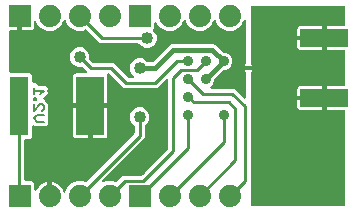
<source format=gbr>
G04 EAGLE Gerber RS-274X export*
G75*
%MOMM*%
%FSLAX34Y34*%
%LPD*%
%INBottom Copper*%
%IPPOS*%
%AMOC8*
5,1,8,0,0,1.08239X$1,22.5*%
G01*
%ADD10C,0.203200*%
%ADD11R,1.879600X1.879600*%
%ADD12C,1.879600*%
%ADD13R,4.064000X1.524000*%
%ADD14R,0.304800X0.304800*%
%ADD15R,2.400000X5.000000*%
%ADD16R,1.600000X5.000000*%
%ADD17C,1.016000*%
%ADD18C,0.889000*%
%ADD19C,0.406400*%
%ADD20C,0.304800*%
%ADD21C,0.254000*%

G36*
X39174Y12709D02*
X39174Y12709D01*
X39232Y12708D01*
X39314Y12729D01*
X39397Y12741D01*
X39451Y12765D01*
X39507Y12779D01*
X39580Y12822D01*
X39657Y12857D01*
X39702Y12895D01*
X39752Y12925D01*
X39810Y12986D01*
X39874Y13041D01*
X39906Y13089D01*
X39946Y13132D01*
X39985Y13207D01*
X40031Y13277D01*
X40049Y13333D01*
X40076Y13385D01*
X40087Y13453D01*
X40117Y13548D01*
X40120Y13648D01*
X40131Y13716D01*
X40131Y24466D01*
X40896Y24345D01*
X42683Y23764D01*
X44357Y22911D01*
X45878Y21806D01*
X47206Y20478D01*
X48311Y18957D01*
X49164Y17283D01*
X49528Y16163D01*
X49558Y16101D01*
X49579Y16035D01*
X49620Y15974D01*
X49653Y15908D01*
X49699Y15857D01*
X49738Y15799D01*
X49794Y15752D01*
X49843Y15697D01*
X49902Y15661D01*
X49955Y15616D01*
X50022Y15586D01*
X50085Y15547D01*
X50152Y15529D01*
X50215Y15501D01*
X50288Y15491D01*
X50359Y15471D01*
X50428Y15471D01*
X50497Y15462D01*
X50569Y15472D01*
X50643Y15473D01*
X50710Y15493D01*
X50778Y15502D01*
X50845Y15533D01*
X50916Y15554D01*
X50974Y15591D01*
X51037Y15620D01*
X51093Y15667D01*
X51155Y15707D01*
X51201Y15759D01*
X51253Y15804D01*
X51286Y15857D01*
X51343Y15921D01*
X51392Y16025D01*
X51431Y16089D01*
X52948Y19751D01*
X56449Y23252D01*
X61024Y25147D01*
X65976Y25147D01*
X68081Y24275D01*
X68082Y24274D01*
X68084Y24274D01*
X68218Y24239D01*
X68356Y24204D01*
X68358Y24204D01*
X68359Y24204D01*
X68500Y24208D01*
X68640Y24212D01*
X68642Y24212D01*
X68643Y24213D01*
X68776Y24255D01*
X68911Y24299D01*
X68912Y24300D01*
X68914Y24300D01*
X68926Y24309D01*
X69147Y24457D01*
X69167Y24480D01*
X69187Y24495D01*
X109684Y64992D01*
X109736Y65061D01*
X109796Y65125D01*
X109822Y65175D01*
X109855Y65219D01*
X109886Y65300D01*
X109926Y65378D01*
X109934Y65426D01*
X109956Y65484D01*
X109968Y65632D01*
X109981Y65709D01*
X109981Y71777D01*
X109969Y71864D01*
X109966Y71951D01*
X109949Y72004D01*
X109941Y72059D01*
X109906Y72139D01*
X109879Y72222D01*
X109851Y72261D01*
X109825Y72318D01*
X109729Y72432D01*
X109684Y72495D01*
X107409Y74770D01*
X106171Y77758D01*
X106171Y80992D01*
X107409Y83980D01*
X109695Y86266D01*
X112683Y87504D01*
X115917Y87504D01*
X118905Y86266D01*
X121191Y83980D01*
X122429Y80992D01*
X122429Y77758D01*
X121191Y74770D01*
X118916Y72495D01*
X118864Y72426D01*
X118804Y72362D01*
X118778Y72312D01*
X118745Y72268D01*
X118714Y72186D01*
X118674Y72108D01*
X118666Y72061D01*
X118644Y72002D01*
X118632Y71855D01*
X118619Y71777D01*
X118619Y61711D01*
X115792Y58884D01*
X82573Y25666D01*
X82522Y25597D01*
X82463Y25535D01*
X82437Y25484D01*
X82403Y25439D01*
X82372Y25358D01*
X82333Y25282D01*
X82322Y25226D01*
X82301Y25173D01*
X82294Y25087D01*
X82278Y25003D01*
X82282Y24946D01*
X82278Y24890D01*
X82295Y24805D01*
X82302Y24720D01*
X82322Y24667D01*
X82334Y24611D01*
X82373Y24535D01*
X82404Y24455D01*
X82438Y24409D01*
X82465Y24359D01*
X82524Y24296D01*
X82576Y24228D01*
X82621Y24194D01*
X82660Y24153D01*
X82735Y24109D01*
X82803Y24058D01*
X82857Y24038D01*
X82906Y24009D01*
X82989Y23988D01*
X83069Y23957D01*
X83126Y23953D01*
X83181Y23939D01*
X83267Y23941D01*
X83353Y23935D01*
X83401Y23946D01*
X83465Y23948D01*
X83603Y23992D01*
X83680Y24010D01*
X86424Y25147D01*
X91376Y25147D01*
X93481Y24275D01*
X93482Y24274D01*
X93484Y24274D01*
X93618Y24239D01*
X93756Y24204D01*
X93758Y24204D01*
X93759Y24204D01*
X93900Y24208D01*
X94040Y24212D01*
X94042Y24212D01*
X94043Y24213D01*
X94176Y24255D01*
X94311Y24299D01*
X94312Y24300D01*
X94314Y24300D01*
X94326Y24309D01*
X94547Y24457D01*
X94567Y24480D01*
X94587Y24495D01*
X99811Y29719D01*
X115266Y29719D01*
X115352Y29731D01*
X115440Y29734D01*
X115492Y29751D01*
X115547Y29759D01*
X115627Y29794D01*
X115710Y29821D01*
X115749Y29849D01*
X115806Y29875D01*
X115920Y29971D01*
X115983Y30016D01*
X138259Y52292D01*
X138311Y52361D01*
X138371Y52425D01*
X138397Y52475D01*
X138430Y52519D01*
X138461Y52600D01*
X138501Y52678D01*
X138509Y52726D01*
X138531Y52784D01*
X138543Y52932D01*
X138556Y53009D01*
X138556Y110948D01*
X138552Y110977D01*
X138555Y111006D01*
X138532Y111117D01*
X138516Y111229D01*
X138504Y111256D01*
X138499Y111285D01*
X138447Y111385D01*
X138400Y111489D01*
X138381Y111511D01*
X138368Y111537D01*
X138290Y111619D01*
X138217Y111706D01*
X138192Y111722D01*
X138172Y111743D01*
X138074Y111800D01*
X137980Y111863D01*
X137952Y111872D01*
X137927Y111887D01*
X137817Y111915D01*
X137709Y111949D01*
X137679Y111950D01*
X137651Y111957D01*
X137538Y111953D01*
X137425Y111956D01*
X137396Y111949D01*
X137367Y111948D01*
X137259Y111913D01*
X137150Y111884D01*
X137124Y111869D01*
X137096Y111860D01*
X137033Y111815D01*
X136905Y111739D01*
X136862Y111694D01*
X136823Y111666D01*
X128789Y103631D01*
X101398Y103631D01*
X98571Y106458D01*
X98571Y106459D01*
X88995Y116034D01*
X88926Y116086D01*
X88862Y116146D01*
X88812Y116172D01*
X88768Y116205D01*
X88687Y116236D01*
X88609Y116276D01*
X88561Y116284D01*
X88503Y116306D01*
X88355Y116318D01*
X88278Y116331D01*
X87739Y116331D01*
X87699Y116326D01*
X87660Y116328D01*
X87559Y116306D01*
X87457Y116291D01*
X87421Y116275D01*
X87382Y116267D01*
X87292Y116217D01*
X87198Y116175D01*
X87167Y116150D01*
X87133Y116131D01*
X87059Y116058D01*
X86981Y115992D01*
X86959Y115959D01*
X86931Y115931D01*
X86880Y115841D01*
X86823Y115755D01*
X86811Y115717D01*
X86792Y115683D01*
X86768Y115582D01*
X86737Y115484D01*
X86736Y115444D01*
X86727Y115406D01*
X86733Y115303D01*
X86730Y115200D01*
X86740Y115162D01*
X86742Y115122D01*
X86769Y115049D01*
X86802Y114925D01*
X86809Y114912D01*
X86991Y114234D01*
X86991Y90931D01*
X73466Y90931D01*
X73408Y90923D01*
X73350Y90924D01*
X73268Y90903D01*
X73185Y90891D01*
X73131Y90867D01*
X73075Y90853D01*
X73002Y90810D01*
X72925Y90775D01*
X72881Y90737D01*
X72830Y90707D01*
X72773Y90646D01*
X72708Y90591D01*
X72676Y90543D01*
X72636Y90500D01*
X72597Y90425D01*
X72551Y90355D01*
X72533Y90299D01*
X72506Y90247D01*
X72495Y90179D01*
X72465Y90084D01*
X72462Y89984D01*
X72451Y89916D01*
X72451Y88899D01*
X72449Y88899D01*
X72449Y89916D01*
X72442Y89965D01*
X72442Y89976D01*
X72441Y89981D01*
X72442Y90032D01*
X72421Y90114D01*
X72409Y90197D01*
X72385Y90251D01*
X72371Y90307D01*
X72328Y90380D01*
X72293Y90457D01*
X72255Y90501D01*
X72225Y90552D01*
X72164Y90609D01*
X72109Y90674D01*
X72061Y90706D01*
X72018Y90746D01*
X71943Y90785D01*
X71873Y90831D01*
X71817Y90849D01*
X71765Y90876D01*
X71697Y90887D01*
X71602Y90917D01*
X71502Y90920D01*
X71434Y90931D01*
X57909Y90931D01*
X57909Y114234D01*
X58082Y114881D01*
X58417Y115460D01*
X58890Y115933D01*
X59469Y116268D01*
X60116Y116441D01*
X68676Y116441D01*
X68705Y116445D01*
X68734Y116442D01*
X68845Y116465D01*
X68957Y116481D01*
X68984Y116493D01*
X69013Y116498D01*
X69113Y116550D01*
X69217Y116597D01*
X69239Y116616D01*
X69265Y116629D01*
X69347Y116707D01*
X69434Y116780D01*
X69450Y116805D01*
X69471Y116825D01*
X69528Y116923D01*
X69591Y117017D01*
X69600Y117045D01*
X69615Y117070D01*
X69643Y117180D01*
X69677Y117288D01*
X69678Y117318D01*
X69685Y117346D01*
X69681Y117459D01*
X69684Y117572D01*
X69677Y117601D01*
X69676Y117630D01*
X69641Y117738D01*
X69612Y117847D01*
X69597Y117873D01*
X69588Y117901D01*
X69543Y117964D01*
X69467Y118092D01*
X69422Y118135D01*
X69394Y118174D01*
X65818Y121749D01*
X65749Y121801D01*
X65685Y121861D01*
X65635Y121887D01*
X65591Y121920D01*
X65510Y121951D01*
X65432Y121991D01*
X65384Y121999D01*
X65326Y122021D01*
X65178Y122033D01*
X65101Y122046D01*
X61883Y122046D01*
X58895Y123284D01*
X56609Y125570D01*
X55371Y128558D01*
X55371Y131792D01*
X56609Y134780D01*
X58895Y137066D01*
X61883Y138304D01*
X65117Y138304D01*
X68105Y137066D01*
X70391Y134780D01*
X71629Y131792D01*
X71629Y128574D01*
X71641Y128488D01*
X71644Y128400D01*
X71661Y128348D01*
X71669Y128293D01*
X71704Y128213D01*
X71731Y128130D01*
X71759Y128091D01*
X71785Y128034D01*
X71881Y127920D01*
X71926Y127857D01*
X74517Y125266D01*
X74586Y125214D01*
X74650Y125154D01*
X74700Y125128D01*
X74744Y125095D01*
X74825Y125064D01*
X74903Y125024D01*
X74951Y125016D01*
X75009Y124994D01*
X75157Y124982D01*
X75234Y124969D01*
X92276Y124969D01*
X104678Y112566D01*
X104748Y112514D01*
X104812Y112454D01*
X104861Y112428D01*
X104906Y112395D01*
X104987Y112364D01*
X105065Y112324D01*
X105113Y112316D01*
X105171Y112294D01*
X105319Y112282D01*
X105396Y112269D01*
X108984Y112269D01*
X109014Y112273D01*
X109043Y112270D01*
X109154Y112293D01*
X109266Y112309D01*
X109293Y112321D01*
X109321Y112326D01*
X109422Y112379D01*
X109525Y112425D01*
X109548Y112444D01*
X109574Y112457D01*
X109656Y112535D01*
X109742Y112608D01*
X109759Y112633D01*
X109780Y112653D01*
X109837Y112751D01*
X109900Y112845D01*
X109909Y112873D01*
X109924Y112898D01*
X109952Y113008D01*
X109986Y113116D01*
X109987Y113146D01*
X109994Y113174D01*
X109990Y113287D01*
X109993Y113400D01*
X109986Y113429D01*
X109985Y113458D01*
X109950Y113566D01*
X109921Y113675D01*
X109906Y113701D01*
X109897Y113729D01*
X109852Y113792D01*
X109776Y113920D01*
X109730Y113963D01*
X109702Y114002D01*
X107409Y116295D01*
X106171Y119283D01*
X106171Y122517D01*
X107409Y125505D01*
X109695Y127791D01*
X112683Y129029D01*
X115917Y129029D01*
X118905Y127791D01*
X120418Y126278D01*
X120487Y126226D01*
X120551Y126166D01*
X120601Y126140D01*
X120645Y126107D01*
X120727Y126076D01*
X120805Y126036D01*
X120852Y126028D01*
X120911Y126006D01*
X121058Y125994D01*
X121136Y125981D01*
X124725Y125981D01*
X124812Y125993D01*
X124899Y125996D01*
X124952Y126013D01*
X125006Y126021D01*
X125086Y126056D01*
X125169Y126083D01*
X125209Y126111D01*
X125266Y126137D01*
X125379Y126233D01*
X125443Y126278D01*
X139997Y140832D01*
X141864Y141606D01*
X176398Y141606D01*
X178265Y140832D01*
X184814Y134283D01*
X184884Y134231D01*
X184948Y134171D01*
X184997Y134145D01*
X185041Y134112D01*
X185123Y134081D01*
X185201Y134041D01*
X185249Y134033D01*
X185307Y134011D01*
X185455Y133999D01*
X185532Y133986D01*
X186911Y133986D01*
X189665Y132845D01*
X191773Y130737D01*
X192914Y127983D01*
X192914Y125001D01*
X191773Y122247D01*
X189665Y120139D01*
X186911Y118998D01*
X185461Y118998D01*
X185379Y118987D01*
X185296Y118985D01*
X185239Y118967D01*
X185180Y118958D01*
X185104Y118924D01*
X185024Y118899D01*
X184982Y118870D01*
X184920Y118842D01*
X184814Y118752D01*
X184749Y118707D01*
X177977Y112048D01*
X177921Y111975D01*
X177859Y111908D01*
X177835Y111862D01*
X177804Y111822D01*
X177771Y111736D01*
X177729Y111655D01*
X177722Y111611D01*
X177701Y111557D01*
X177687Y111400D01*
X177674Y111324D01*
X177674Y110015D01*
X176533Y107261D01*
X174447Y105175D01*
X174429Y105151D01*
X174407Y105132D01*
X174344Y105038D01*
X174276Y104948D01*
X174265Y104920D01*
X174249Y104896D01*
X174215Y104788D01*
X174174Y104682D01*
X174172Y104653D01*
X174163Y104625D01*
X174160Y104511D01*
X174151Y104399D01*
X174157Y104370D01*
X174156Y104341D01*
X174185Y104231D01*
X174207Y104120D01*
X174220Y104094D01*
X174228Y104066D01*
X174286Y103968D01*
X174338Y103868D01*
X174358Y103846D01*
X174373Y103821D01*
X174456Y103744D01*
X174534Y103662D01*
X174559Y103647D01*
X174580Y103627D01*
X174681Y103575D01*
X174779Y103518D01*
X174807Y103511D01*
X174833Y103497D01*
X174911Y103484D01*
X175054Y103448D01*
X175117Y103450D01*
X175164Y103442D01*
X194258Y103442D01*
X202482Y95218D01*
X202506Y95200D01*
X202525Y95177D01*
X202577Y95143D01*
X202600Y95121D01*
X202633Y95104D01*
X202709Y95047D01*
X202737Y95036D01*
X202761Y95020D01*
X202869Y94986D01*
X202975Y94945D01*
X203004Y94943D01*
X203032Y94934D01*
X203146Y94931D01*
X203258Y94922D01*
X203287Y94928D01*
X203316Y94927D01*
X203426Y94955D01*
X203537Y94978D01*
X203563Y94991D01*
X203591Y94999D01*
X203689Y95056D01*
X203789Y95109D01*
X203811Y95129D01*
X203836Y95144D01*
X203913Y95226D01*
X203995Y95304D01*
X204010Y95330D01*
X204030Y95351D01*
X204082Y95452D01*
X204139Y95550D01*
X204146Y95578D01*
X204160Y95604D01*
X204173Y95682D01*
X204188Y95741D01*
X204201Y95784D01*
X204202Y95795D01*
X204209Y95825D01*
X204207Y95888D01*
X204215Y95935D01*
X204215Y116613D01*
X204203Y116700D01*
X204200Y116787D01*
X204183Y116840D01*
X204175Y116895D01*
X204140Y116974D01*
X204113Y117058D01*
X204085Y117097D01*
X204059Y117154D01*
X203963Y117267D01*
X203918Y117331D01*
X203136Y118113D01*
X203136Y123687D01*
X203918Y124469D01*
X203970Y124539D01*
X204030Y124603D01*
X204056Y124652D01*
X204089Y124696D01*
X204120Y124778D01*
X204160Y124856D01*
X204168Y124903D01*
X204190Y124962D01*
X204202Y125110D01*
X204215Y125187D01*
X204215Y160583D01*
X204203Y160668D01*
X204201Y160754D01*
X204183Y160808D01*
X204175Y160864D01*
X204140Y160943D01*
X204114Y161024D01*
X204082Y161072D01*
X204059Y161124D01*
X204004Y161189D01*
X203956Y161261D01*
X203912Y161297D01*
X203876Y161341D01*
X203804Y161388D01*
X203738Y161443D01*
X203686Y161467D01*
X203639Y161498D01*
X203557Y161524D01*
X203478Y161559D01*
X203422Y161567D01*
X203368Y161584D01*
X203282Y161586D01*
X203197Y161598D01*
X203141Y161590D01*
X203084Y161591D01*
X203001Y161570D01*
X202916Y161557D01*
X202864Y161534D01*
X202809Y161519D01*
X202735Y161476D01*
X202656Y161440D01*
X202613Y161403D01*
X202564Y161374D01*
X202505Y161312D01*
X202440Y161256D01*
X202414Y161214D01*
X202370Y161167D01*
X202304Y161038D01*
X202262Y160971D01*
X201052Y158049D01*
X197551Y154548D01*
X192976Y152653D01*
X188024Y152653D01*
X183449Y154548D01*
X179948Y158049D01*
X178738Y160971D01*
X178723Y160996D01*
X178714Y161024D01*
X178651Y161119D01*
X178593Y161216D01*
X178572Y161236D01*
X178556Y161261D01*
X178469Y161334D01*
X178387Y161411D01*
X178361Y161425D01*
X178338Y161444D01*
X178235Y161490D01*
X178134Y161541D01*
X178105Y161547D01*
X178078Y161559D01*
X177966Y161575D01*
X177855Y161596D01*
X177826Y161594D01*
X177797Y161598D01*
X177685Y161582D01*
X177572Y161572D01*
X177545Y161561D01*
X177515Y161557D01*
X177412Y161511D01*
X177307Y161470D01*
X177283Y161452D01*
X177256Y161440D01*
X177170Y161367D01*
X177080Y161298D01*
X177062Y161275D01*
X177040Y161256D01*
X176998Y161189D01*
X176910Y161071D01*
X176888Y161012D01*
X176862Y160971D01*
X175652Y158049D01*
X172151Y154548D01*
X167576Y152653D01*
X162624Y152653D01*
X158049Y154548D01*
X154548Y158049D01*
X153338Y160971D01*
X153323Y160996D01*
X153314Y161024D01*
X153251Y161119D01*
X153193Y161216D01*
X153172Y161236D01*
X153156Y161261D01*
X153069Y161334D01*
X152987Y161411D01*
X152961Y161425D01*
X152938Y161444D01*
X152835Y161490D01*
X152734Y161541D01*
X152705Y161547D01*
X152678Y161559D01*
X152566Y161575D01*
X152455Y161596D01*
X152426Y161594D01*
X152397Y161598D01*
X152285Y161582D01*
X152172Y161572D01*
X152145Y161561D01*
X152115Y161557D01*
X152012Y161511D01*
X151907Y161470D01*
X151883Y161452D01*
X151856Y161440D01*
X151770Y161367D01*
X151680Y161298D01*
X151662Y161275D01*
X151640Y161256D01*
X151598Y161189D01*
X151510Y161071D01*
X151488Y161012D01*
X151462Y160971D01*
X150252Y158049D01*
X146751Y154548D01*
X142176Y152653D01*
X137224Y152653D01*
X132649Y154548D01*
X129148Y158049D01*
X128700Y159132D01*
X128656Y159206D01*
X128621Y159284D01*
X128584Y159327D01*
X128555Y159376D01*
X128493Y159435D01*
X128437Y159501D01*
X128390Y159533D01*
X128349Y159572D01*
X128272Y159611D01*
X128201Y159659D01*
X128147Y159676D01*
X128096Y159702D01*
X128012Y159718D01*
X127930Y159744D01*
X127873Y159746D01*
X127817Y159757D01*
X127732Y159749D01*
X127646Y159752D01*
X127591Y159737D01*
X127534Y159732D01*
X127453Y159702D01*
X127371Y159680D01*
X127322Y159651D01*
X127269Y159630D01*
X127200Y159578D01*
X127126Y159535D01*
X127087Y159493D01*
X127042Y159459D01*
X126990Y159390D01*
X126932Y159327D01*
X126906Y159277D01*
X126872Y159231D01*
X126841Y159151D01*
X126802Y159074D01*
X126794Y159025D01*
X126771Y158965D01*
X126760Y158820D01*
X126747Y158743D01*
X126747Y154439D01*
X125970Y153662D01*
X125934Y153615D01*
X125892Y153575D01*
X125849Y153502D01*
X125799Y153435D01*
X125778Y153380D01*
X125748Y153330D01*
X125728Y153248D01*
X125697Y153169D01*
X125693Y153111D01*
X125678Y153054D01*
X125681Y152970D01*
X125674Y152886D01*
X125685Y152829D01*
X125687Y152770D01*
X125713Y152690D01*
X125730Y152607D01*
X125757Y152555D01*
X125775Y152500D01*
X125815Y152443D01*
X125861Y152355D01*
X125929Y152282D01*
X125970Y152226D01*
X127541Y150655D01*
X128779Y147667D01*
X128779Y144433D01*
X127541Y141445D01*
X125255Y139159D01*
X122267Y137921D01*
X119033Y137921D01*
X116045Y139159D01*
X113770Y141434D01*
X113701Y141486D01*
X113637Y141546D01*
X113587Y141572D01*
X113543Y141605D01*
X113461Y141636D01*
X113383Y141676D01*
X113336Y141684D01*
X113277Y141706D01*
X113130Y141718D01*
X113052Y141731D01*
X80761Y141731D01*
X69187Y153305D01*
X69186Y153306D01*
X69185Y153307D01*
X69075Y153390D01*
X68960Y153476D01*
X68959Y153477D01*
X68957Y153478D01*
X68825Y153527D01*
X68694Y153577D01*
X68693Y153577D01*
X68691Y153578D01*
X68547Y153590D01*
X68411Y153601D01*
X68410Y153601D01*
X68408Y153601D01*
X68392Y153597D01*
X68132Y153545D01*
X68105Y153531D01*
X68081Y153525D01*
X65976Y152653D01*
X61024Y152653D01*
X56449Y154548D01*
X52948Y158049D01*
X51738Y160971D01*
X51723Y160996D01*
X51714Y161024D01*
X51651Y161119D01*
X51593Y161216D01*
X51572Y161236D01*
X51556Y161261D01*
X51469Y161334D01*
X51387Y161411D01*
X51361Y161425D01*
X51338Y161444D01*
X51235Y161490D01*
X51134Y161541D01*
X51105Y161547D01*
X51078Y161559D01*
X50966Y161575D01*
X50855Y161596D01*
X50826Y161594D01*
X50797Y161598D01*
X50685Y161582D01*
X50572Y161572D01*
X50545Y161561D01*
X50515Y161557D01*
X50412Y161511D01*
X50307Y161470D01*
X50283Y161452D01*
X50256Y161440D01*
X50170Y161367D01*
X50080Y161298D01*
X50062Y161275D01*
X50040Y161256D01*
X49998Y161189D01*
X49910Y161071D01*
X49888Y161012D01*
X49862Y160971D01*
X48652Y158049D01*
X45151Y154548D01*
X40576Y152653D01*
X35624Y152653D01*
X31049Y154548D01*
X27548Y158049D01*
X26592Y160358D01*
X26548Y160432D01*
X26513Y160510D01*
X26476Y160554D01*
X26447Y160603D01*
X26385Y160662D01*
X26329Y160727D01*
X26282Y160759D01*
X26241Y160798D01*
X26164Y160837D01*
X26093Y160885D01*
X26039Y160902D01*
X25988Y160928D01*
X25904Y160945D01*
X25822Y160971D01*
X25765Y160972D01*
X25709Y160983D01*
X25624Y160976D01*
X25538Y160978D01*
X25483Y160964D01*
X25426Y160959D01*
X25346Y160928D01*
X25263Y160906D01*
X25214Y160877D01*
X25161Y160857D01*
X25092Y160805D01*
X25018Y160761D01*
X24979Y160719D01*
X24934Y160685D01*
X24882Y160616D01*
X24824Y160554D01*
X24798Y160503D01*
X24764Y160457D01*
X24733Y160377D01*
X24694Y160301D01*
X24686Y160252D01*
X24663Y160191D01*
X24655Y160087D01*
X24653Y160080D01*
X24652Y160050D01*
X24652Y160047D01*
X24639Y159970D01*
X24639Y155368D01*
X24466Y154721D01*
X24131Y154142D01*
X23658Y153669D01*
X23079Y153334D01*
X22432Y153161D01*
X14731Y153161D01*
X14731Y164084D01*
X14723Y164142D01*
X14725Y164200D01*
X14703Y164282D01*
X14691Y164365D01*
X14667Y164419D01*
X14653Y164475D01*
X14610Y164548D01*
X14575Y164625D01*
X14537Y164669D01*
X14507Y164720D01*
X14446Y164777D01*
X14391Y164842D01*
X14343Y164874D01*
X14300Y164914D01*
X14225Y164953D01*
X14155Y164999D01*
X14099Y165017D01*
X14047Y165044D01*
X13979Y165055D01*
X13884Y165085D01*
X13784Y165088D01*
X13716Y165099D01*
X11684Y165099D01*
X11626Y165091D01*
X11568Y165092D01*
X11486Y165071D01*
X11403Y165059D01*
X11349Y165035D01*
X11293Y165021D01*
X11220Y164978D01*
X11143Y164943D01*
X11098Y164905D01*
X11048Y164875D01*
X10990Y164814D01*
X10926Y164759D01*
X10894Y164711D01*
X10854Y164668D01*
X10815Y164593D01*
X10769Y164523D01*
X10751Y164467D01*
X10724Y164415D01*
X10713Y164347D01*
X10683Y164252D01*
X10680Y164152D01*
X10669Y164084D01*
X10669Y153161D01*
X5080Y153161D01*
X5022Y153153D01*
X4964Y153155D01*
X4882Y153133D01*
X4798Y153121D01*
X4745Y153098D01*
X4689Y153083D01*
X4616Y153040D01*
X4539Y153005D01*
X4494Y152967D01*
X4444Y152938D01*
X4386Y152876D01*
X4322Y152822D01*
X4290Y152773D01*
X4250Y152730D01*
X4211Y152655D01*
X4164Y152585D01*
X4147Y152529D01*
X4120Y152477D01*
X4109Y152409D01*
X4079Y152314D01*
X4076Y152214D01*
X4065Y152146D01*
X4065Y117964D01*
X4073Y117906D01*
X4071Y117848D01*
X4093Y117766D01*
X4105Y117682D01*
X4128Y117629D01*
X4143Y117573D01*
X4186Y117500D01*
X4221Y117423D01*
X4259Y117378D01*
X4288Y117328D01*
X4350Y117270D01*
X4404Y117206D01*
X4453Y117174D01*
X4496Y117134D01*
X4571Y117095D01*
X4641Y117048D01*
X4697Y117031D01*
X4749Y117004D01*
X4817Y116993D01*
X4912Y116963D01*
X5012Y116960D01*
X5080Y116949D01*
X21713Y116949D01*
X23499Y115163D01*
X23499Y109369D01*
X23507Y109311D01*
X23505Y109253D01*
X23527Y109171D01*
X23539Y109088D01*
X23562Y109034D01*
X23577Y108978D01*
X23620Y108905D01*
X23655Y108828D01*
X23693Y108784D01*
X23722Y108733D01*
X23784Y108676D01*
X23838Y108611D01*
X23887Y108579D01*
X23930Y108539D01*
X24005Y108500D01*
X24075Y108454D01*
X24131Y108436D01*
X24183Y108409D01*
X24251Y108398D01*
X24346Y108368D01*
X24446Y108365D01*
X24514Y108354D01*
X26598Y108354D01*
X29012Y105940D01*
X29082Y105887D01*
X29146Y105827D01*
X29195Y105802D01*
X29239Y105769D01*
X29321Y105738D01*
X29399Y105698D01*
X29446Y105690D01*
X29505Y105668D01*
X29653Y105655D01*
X29730Y105642D01*
X34733Y105642D01*
X35902Y104473D01*
X37114Y103261D01*
X37114Y99894D01*
X35543Y98323D01*
X34435Y97216D01*
X33177Y95957D01*
X33142Y95910D01*
X33099Y95870D01*
X33057Y95797D01*
X33006Y95730D01*
X32985Y95675D01*
X32955Y95625D01*
X32935Y95543D01*
X32905Y95464D01*
X32900Y95406D01*
X32885Y95349D01*
X32888Y95265D01*
X32881Y95181D01*
X32893Y95124D01*
X32894Y95065D01*
X32920Y94985D01*
X32937Y94902D01*
X32964Y94850D01*
X32982Y94795D01*
X33022Y94738D01*
X33068Y94650D01*
X33137Y94577D01*
X33177Y94521D01*
X34435Y93263D01*
X37114Y90584D01*
X37114Y84505D01*
X36871Y84263D01*
X36836Y84216D01*
X36794Y84176D01*
X36751Y84103D01*
X36700Y84036D01*
X36680Y83981D01*
X36650Y83931D01*
X36629Y83849D01*
X36599Y83770D01*
X36594Y83712D01*
X36580Y83655D01*
X36583Y83571D01*
X36576Y83487D01*
X36587Y83429D01*
X36589Y83371D01*
X36615Y83291D01*
X36632Y83208D01*
X36658Y83156D01*
X36676Y83101D01*
X36717Y83044D01*
X36763Y82956D01*
X36831Y82883D01*
X36871Y82827D01*
X37114Y82585D01*
X37114Y79218D01*
X36804Y78908D01*
X36768Y78861D01*
X36726Y78821D01*
X36683Y78748D01*
X36633Y78680D01*
X36612Y78626D01*
X36582Y78575D01*
X36561Y78494D01*
X36531Y78415D01*
X36527Y78356D01*
X36512Y78300D01*
X36515Y78215D01*
X36508Y78131D01*
X36519Y78074D01*
X36521Y78016D01*
X36547Y77935D01*
X36564Y77853D01*
X36591Y77801D01*
X36609Y77745D01*
X36649Y77689D01*
X36695Y77600D01*
X36763Y77528D01*
X36804Y77472D01*
X37114Y77162D01*
X37114Y73794D01*
X34733Y71413D01*
X25942Y71413D01*
X25232Y72123D01*
X25208Y72141D01*
X25189Y72163D01*
X25095Y72226D01*
X25005Y72294D01*
X24977Y72305D01*
X24953Y72321D01*
X24845Y72355D01*
X24739Y72395D01*
X24710Y72398D01*
X24682Y72407D01*
X24568Y72410D01*
X24456Y72419D01*
X24427Y72413D01*
X24398Y72414D01*
X24288Y72385D01*
X24177Y72363D01*
X24151Y72350D01*
X24123Y72342D01*
X24025Y72285D01*
X23925Y72232D01*
X23903Y72212D01*
X23878Y72197D01*
X23801Y72114D01*
X23719Y72036D01*
X23704Y72011D01*
X23684Y71990D01*
X23632Y71889D01*
X23575Y71791D01*
X23568Y71763D01*
X23554Y71737D01*
X23541Y71659D01*
X23505Y71516D01*
X23507Y71453D01*
X23499Y71405D01*
X23499Y62637D01*
X21713Y60851D01*
X17784Y60851D01*
X17726Y60843D01*
X17668Y60845D01*
X17586Y60823D01*
X17502Y60811D01*
X17449Y60788D01*
X17393Y60773D01*
X17320Y60730D01*
X17243Y60695D01*
X17198Y60657D01*
X17148Y60628D01*
X17090Y60566D01*
X17026Y60512D01*
X16994Y60463D01*
X16954Y60420D01*
X16915Y60345D01*
X16868Y60275D01*
X16851Y60219D01*
X16824Y60167D01*
X16813Y60099D01*
X16783Y60004D01*
X16780Y59904D01*
X16769Y59836D01*
X16769Y26162D01*
X16777Y26104D01*
X16775Y26046D01*
X16797Y25964D01*
X16809Y25880D01*
X16832Y25827D01*
X16847Y25771D01*
X16890Y25698D01*
X16925Y25621D01*
X16963Y25576D01*
X16992Y25526D01*
X17054Y25468D01*
X17108Y25404D01*
X17157Y25372D01*
X17200Y25332D01*
X17275Y25293D01*
X17345Y25246D01*
X17401Y25229D01*
X17453Y25202D01*
X17521Y25191D01*
X17616Y25161D01*
X17716Y25158D01*
X17784Y25147D01*
X23361Y25147D01*
X25147Y23361D01*
X25147Y17804D01*
X25153Y17758D01*
X25151Y17712D01*
X25173Y17618D01*
X25187Y17522D01*
X25205Y17480D01*
X25216Y17435D01*
X25263Y17351D01*
X25303Y17263D01*
X25333Y17228D01*
X25355Y17187D01*
X25424Y17120D01*
X25486Y17046D01*
X25525Y17020D01*
X25558Y16988D01*
X25643Y16942D01*
X25723Y16888D01*
X25767Y16874D01*
X25808Y16852D01*
X25902Y16832D01*
X25994Y16803D01*
X26040Y16801D01*
X26085Y16791D01*
X26182Y16798D01*
X26278Y16795D01*
X26323Y16807D01*
X26369Y16810D01*
X26460Y16843D01*
X26553Y16867D01*
X26593Y16891D01*
X26637Y16906D01*
X26715Y16963D01*
X26798Y17012D01*
X26829Y17046D01*
X26867Y17073D01*
X26912Y17134D01*
X26992Y17220D01*
X27030Y17294D01*
X27067Y17343D01*
X27889Y18957D01*
X28994Y20478D01*
X30322Y21806D01*
X31843Y22911D01*
X33517Y23764D01*
X35304Y24345D01*
X36069Y24466D01*
X36069Y13716D01*
X36077Y13658D01*
X36075Y13600D01*
X36097Y13518D01*
X36109Y13435D01*
X36133Y13381D01*
X36147Y13325D01*
X36190Y13252D01*
X36225Y13175D01*
X36263Y13131D01*
X36293Y13080D01*
X36354Y13023D01*
X36409Y12958D01*
X36457Y12926D01*
X36500Y12886D01*
X36575Y12847D01*
X36645Y12801D01*
X36701Y12783D01*
X36753Y12756D01*
X36821Y12745D01*
X36916Y12715D01*
X37016Y12712D01*
X37084Y12701D01*
X39116Y12701D01*
X39174Y12709D01*
G37*
G36*
X287078Y4073D02*
X287078Y4073D01*
X287136Y4071D01*
X287218Y4093D01*
X287302Y4105D01*
X287355Y4128D01*
X287411Y4143D01*
X287484Y4186D01*
X287561Y4221D01*
X287606Y4259D01*
X287656Y4288D01*
X287714Y4350D01*
X287778Y4404D01*
X287810Y4453D01*
X287850Y4496D01*
X287889Y4571D01*
X287936Y4641D01*
X287953Y4697D01*
X287980Y4749D01*
X287991Y4817D01*
X288021Y4912D01*
X288024Y5012D01*
X288035Y5080D01*
X288035Y84328D01*
X288028Y84377D01*
X288029Y84386D01*
X288027Y84391D01*
X288029Y84444D01*
X288007Y84526D01*
X287995Y84610D01*
X287972Y84663D01*
X287957Y84719D01*
X287914Y84792D01*
X287879Y84869D01*
X287841Y84914D01*
X287812Y84964D01*
X287750Y85022D01*
X287696Y85086D01*
X287647Y85118D01*
X287604Y85158D01*
X287529Y85197D01*
X287459Y85244D01*
X287403Y85261D01*
X287351Y85288D01*
X287283Y85299D01*
X287188Y85329D01*
X287088Y85332D01*
X287020Y85343D01*
X272795Y85343D01*
X272795Y94488D01*
X272788Y94536D01*
X272788Y94538D01*
X272788Y94542D01*
X272787Y94546D01*
X272788Y94604D01*
X272767Y94686D01*
X272755Y94769D01*
X272731Y94823D01*
X272717Y94879D01*
X272674Y94952D01*
X272639Y95029D01*
X272601Y95073D01*
X272571Y95124D01*
X272510Y95181D01*
X272455Y95246D01*
X272407Y95278D01*
X272364Y95318D01*
X272289Y95357D01*
X272219Y95403D01*
X272163Y95421D01*
X272111Y95448D01*
X272043Y95459D01*
X271948Y95489D01*
X271848Y95492D01*
X271780Y95503D01*
X270763Y95503D01*
X270763Y95505D01*
X271780Y95505D01*
X271838Y95513D01*
X271896Y95512D01*
X271978Y95533D01*
X272061Y95545D01*
X272115Y95569D01*
X272171Y95583D01*
X272244Y95626D01*
X272321Y95661D01*
X272365Y95699D01*
X272416Y95729D01*
X272473Y95790D01*
X272538Y95845D01*
X272570Y95893D01*
X272610Y95936D01*
X272649Y96011D01*
X272695Y96081D01*
X272713Y96137D01*
X272740Y96189D01*
X272751Y96257D01*
X272781Y96352D01*
X272784Y96452D01*
X272795Y96520D01*
X272795Y105665D01*
X287020Y105665D01*
X287078Y105673D01*
X287136Y105671D01*
X287218Y105693D01*
X287302Y105705D01*
X287355Y105728D01*
X287411Y105743D01*
X287484Y105786D01*
X287561Y105821D01*
X287606Y105859D01*
X287656Y105888D01*
X287714Y105950D01*
X287778Y106004D01*
X287810Y106053D01*
X287850Y106096D01*
X287889Y106171D01*
X287936Y106241D01*
X287953Y106297D01*
X287980Y106349D01*
X287991Y106417D01*
X288021Y106512D01*
X288024Y106612D01*
X288035Y106680D01*
X288035Y135128D01*
X288027Y135186D01*
X288029Y135244D01*
X288007Y135326D01*
X287995Y135410D01*
X287972Y135463D01*
X287957Y135519D01*
X287914Y135592D01*
X287879Y135669D01*
X287841Y135714D01*
X287812Y135764D01*
X287750Y135822D01*
X287696Y135886D01*
X287647Y135918D01*
X287604Y135958D01*
X287529Y135997D01*
X287459Y136044D01*
X287403Y136061D01*
X287351Y136088D01*
X287283Y136099D01*
X287188Y136129D01*
X287088Y136132D01*
X287020Y136143D01*
X272795Y136143D01*
X272795Y145288D01*
X272787Y145346D01*
X272788Y145404D01*
X272767Y145486D01*
X272755Y145569D01*
X272731Y145623D01*
X272717Y145679D01*
X272674Y145752D01*
X272639Y145829D01*
X272601Y145873D01*
X272571Y145924D01*
X272510Y145981D01*
X272455Y146046D01*
X272407Y146078D01*
X272364Y146118D01*
X272289Y146157D01*
X272219Y146203D01*
X272163Y146221D01*
X272111Y146248D01*
X272043Y146259D01*
X271948Y146289D01*
X271848Y146292D01*
X271780Y146303D01*
X270763Y146303D01*
X270763Y146305D01*
X271780Y146305D01*
X271838Y146313D01*
X271896Y146312D01*
X271978Y146333D01*
X272061Y146345D01*
X272115Y146369D01*
X272171Y146383D01*
X272244Y146426D01*
X272321Y146461D01*
X272365Y146499D01*
X272416Y146529D01*
X272473Y146590D01*
X272538Y146645D01*
X272570Y146693D01*
X272610Y146736D01*
X272649Y146811D01*
X272695Y146881D01*
X272713Y146937D01*
X272740Y146989D01*
X272751Y147057D01*
X272781Y147152D01*
X272784Y147252D01*
X272795Y147320D01*
X272795Y156465D01*
X287020Y156465D01*
X287078Y156473D01*
X287136Y156471D01*
X287218Y156493D01*
X287302Y156505D01*
X287355Y156528D01*
X287411Y156543D01*
X287484Y156586D01*
X287561Y156621D01*
X287606Y156659D01*
X287656Y156688D01*
X287714Y156750D01*
X287778Y156804D01*
X287810Y156853D01*
X287850Y156896D01*
X287889Y156971D01*
X287936Y157041D01*
X287953Y157097D01*
X287980Y157149D01*
X287991Y157217D01*
X288021Y157312D01*
X288024Y157412D01*
X288035Y157480D01*
X288035Y172720D01*
X288027Y172778D01*
X288029Y172836D01*
X288007Y172918D01*
X287995Y173002D01*
X287972Y173055D01*
X287957Y173111D01*
X287914Y173184D01*
X287879Y173261D01*
X287841Y173306D01*
X287812Y173356D01*
X287750Y173414D01*
X287696Y173478D01*
X287647Y173510D01*
X287604Y173550D01*
X287529Y173589D01*
X287459Y173636D01*
X287403Y173653D01*
X287351Y173680D01*
X287283Y173691D01*
X287188Y173721D01*
X287088Y173724D01*
X287020Y173735D01*
X209550Y173735D01*
X209492Y173727D01*
X209434Y173729D01*
X209352Y173707D01*
X209269Y173695D01*
X209215Y173672D01*
X209159Y173657D01*
X209086Y173614D01*
X209009Y173579D01*
X208964Y173541D01*
X208914Y173512D01*
X208856Y173450D01*
X208792Y173396D01*
X208760Y173347D01*
X208720Y173304D01*
X208681Y173229D01*
X208635Y173159D01*
X208617Y173103D01*
X208590Y173051D01*
X208579Y172983D01*
X208549Y172888D01*
X208546Y172788D01*
X208535Y172720D01*
X208535Y125187D01*
X208547Y125100D01*
X208550Y125013D01*
X208567Y124960D01*
X208575Y124905D01*
X208610Y124826D01*
X208637Y124742D01*
X208665Y124703D01*
X208691Y124646D01*
X208787Y124533D01*
X208832Y124469D01*
X209614Y123687D01*
X209614Y118113D01*
X208832Y117331D01*
X208780Y117261D01*
X208720Y117197D01*
X208694Y117148D01*
X208661Y117104D01*
X208630Y117022D01*
X208590Y116944D01*
X208582Y116897D01*
X208560Y116838D01*
X208548Y116691D01*
X208535Y116613D01*
X208535Y5080D01*
X208543Y5022D01*
X208541Y4964D01*
X208563Y4882D01*
X208575Y4798D01*
X208599Y4745D01*
X208613Y4689D01*
X208656Y4616D01*
X208691Y4539D01*
X208729Y4494D01*
X208759Y4444D01*
X208820Y4386D01*
X208875Y4322D01*
X208923Y4290D01*
X208966Y4250D01*
X209041Y4211D01*
X209111Y4164D01*
X209167Y4147D01*
X209219Y4120D01*
X209287Y4109D01*
X209382Y4079D01*
X209482Y4076D01*
X209550Y4065D01*
X287020Y4065D01*
X287078Y4073D01*
G37*
%LPC*%
G36*
X74481Y61359D02*
X74481Y61359D01*
X74481Y86869D01*
X86991Y86869D01*
X86991Y63566D01*
X86818Y62919D01*
X86483Y62340D01*
X86010Y61867D01*
X85431Y61532D01*
X84784Y61359D01*
X74481Y61359D01*
G37*
%LPD*%
%LPC*%
G36*
X60116Y61359D02*
X60116Y61359D01*
X59469Y61532D01*
X58890Y61867D01*
X58417Y62340D01*
X58082Y62919D01*
X57909Y63566D01*
X57909Y86869D01*
X70419Y86869D01*
X70419Y61359D01*
X60116Y61359D01*
G37*
%LPD*%
%LPC*%
G36*
X247903Y148335D02*
X247903Y148335D01*
X247903Y154258D01*
X248076Y154905D01*
X248411Y155484D01*
X248884Y155957D01*
X249463Y156292D01*
X250110Y156465D01*
X268733Y156465D01*
X268733Y148335D01*
X247903Y148335D01*
G37*
%LPD*%
%LPC*%
G36*
X247903Y97535D02*
X247903Y97535D01*
X247903Y103458D01*
X248076Y104105D01*
X248411Y104684D01*
X248884Y105157D01*
X249463Y105492D01*
X250110Y105665D01*
X268733Y105665D01*
X268733Y97535D01*
X247903Y97535D01*
G37*
%LPD*%
%LPC*%
G36*
X250110Y136143D02*
X250110Y136143D01*
X249463Y136316D01*
X248884Y136651D01*
X248411Y137124D01*
X248076Y137703D01*
X247903Y138350D01*
X247903Y144273D01*
X268733Y144273D01*
X268733Y136143D01*
X250110Y136143D01*
G37*
%LPD*%
%LPC*%
G36*
X250110Y85343D02*
X250110Y85343D01*
X249463Y85516D01*
X248884Y85851D01*
X248411Y86324D01*
X248076Y86903D01*
X247903Y87550D01*
X247903Y93473D01*
X268733Y93473D01*
X268733Y85343D01*
X250110Y85343D01*
G37*
%LPD*%
D10*
X33049Y75478D02*
X27626Y75478D01*
X24914Y78190D01*
X27626Y80901D01*
X33049Y80901D01*
X24914Y84833D02*
X24914Y90256D01*
X24914Y84833D02*
X30337Y90256D01*
X31693Y90256D01*
X33049Y88901D01*
X33049Y86189D01*
X31693Y84833D01*
X26270Y94188D02*
X24914Y94188D01*
X26270Y94188D02*
X26270Y95544D01*
X24914Y95544D01*
X24914Y94188D01*
X30337Y98866D02*
X33049Y101578D01*
X24914Y101578D01*
X24914Y104289D02*
X24914Y98866D01*
D11*
X12700Y165100D03*
D12*
X38100Y165100D03*
X63500Y165100D03*
X88900Y165100D03*
D11*
X114300Y165100D03*
D12*
X139700Y165100D03*
X165100Y165100D03*
X190500Y165100D03*
D13*
X270764Y95504D03*
X270764Y146304D03*
D14*
X205042Y120900D03*
X207709Y120900D03*
D15*
X72450Y88900D03*
D16*
X12450Y88900D03*
D11*
X114300Y12700D03*
D12*
X139700Y12700D03*
X165100Y12700D03*
X190500Y12700D03*
D11*
X12700Y12700D03*
D12*
X38100Y12700D03*
X63500Y12700D03*
X88900Y12700D03*
D17*
X41275Y101600D03*
X114300Y95250D03*
X114300Y34925D03*
X50800Y139700D03*
D18*
X185420Y111506D03*
D19*
X192800Y118900D02*
X194800Y120900D01*
X192800Y118900D02*
X192800Y118886D01*
X185420Y111506D01*
D20*
X192800Y120900D02*
X205042Y120900D01*
X192800Y120900D02*
X192800Y118900D01*
D19*
X185420Y126492D02*
X170180Y111506D01*
X185420Y126492D02*
X175387Y136525D01*
X142875Y136525D01*
X127250Y120900D01*
X114300Y120900D01*
D18*
X170180Y111506D03*
X185420Y126492D03*
D17*
X114300Y120900D03*
D21*
X117475Y25400D02*
X101600Y25400D01*
X117475Y25400D02*
X142875Y50800D01*
X142875Y112332D01*
X101600Y25400D02*
X88900Y12700D01*
X142875Y112332D02*
X149542Y118999D01*
X162687Y118999D01*
X170180Y126492D01*
D18*
X170180Y126492D03*
D21*
X155194Y126492D02*
X145542Y126492D01*
X127000Y107950D01*
X73025Y120650D02*
X63500Y130175D01*
X73025Y120650D02*
X90487Y120650D01*
X103187Y107950D01*
X127000Y107950D01*
D18*
X155194Y126492D03*
D17*
X63500Y130175D03*
D21*
X82550Y146050D02*
X120650Y146050D01*
X82550Y146050D02*
X63500Y165100D01*
D17*
X120650Y146050D03*
D21*
X114300Y63500D02*
X63500Y12700D01*
X114300Y63500D02*
X114300Y79375D01*
D17*
X114300Y79375D03*
X254000Y165100D03*
X215900Y12700D03*
X279400Y12700D03*
X279400Y165100D03*
X279400Y76200D03*
X254000Y76200D03*
D20*
X215900Y120900D02*
X207709Y120900D01*
X215900Y120900D02*
X215900Y127000D01*
D21*
X12450Y88900D02*
X12450Y12950D01*
X12700Y12700D01*
X155194Y63373D02*
X155194Y81534D01*
X155194Y63373D02*
X155194Y53594D01*
X114300Y12700D01*
D18*
X155194Y81534D03*
D21*
X185420Y81534D02*
X185420Y64770D01*
X185420Y58420D01*
X139700Y12700D01*
D18*
X185420Y81534D03*
D21*
X192469Y99123D02*
X203200Y88392D01*
X203200Y25400D01*
X190500Y12700D01*
D18*
X155194Y111506D03*
D21*
X167577Y99123D02*
X192469Y99123D01*
X167577Y99123D02*
X155194Y111506D01*
X195072Y86360D02*
X195072Y42672D01*
X165100Y12700D01*
X159957Y91757D02*
X155194Y96520D01*
X159957Y91757D02*
X189675Y91757D01*
D18*
X155194Y96520D03*
D21*
X189675Y91757D02*
X195072Y86360D01*
M02*

</source>
